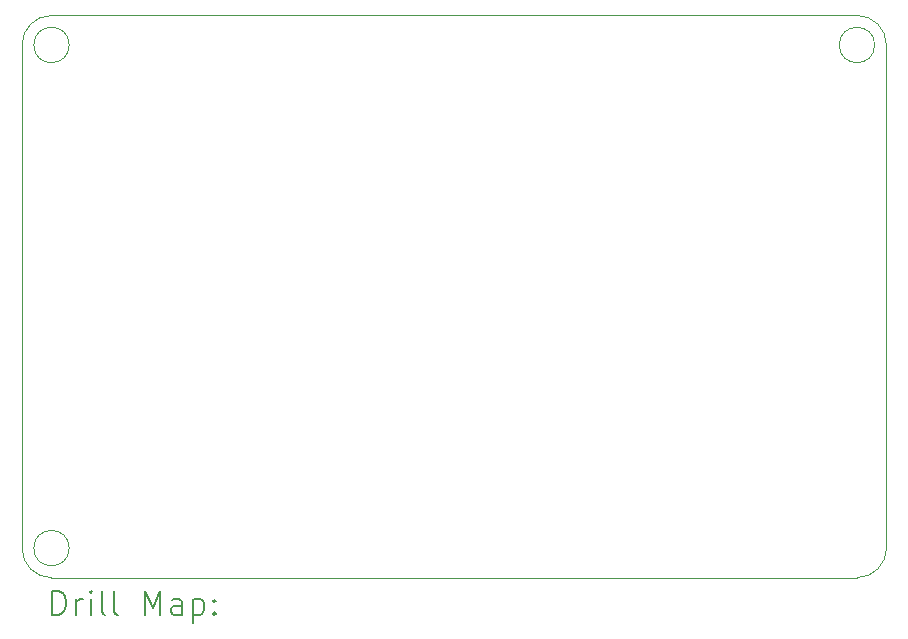
<source format=gbr>
%TF.GenerationSoftware,KiCad,Pcbnew,9.0.7*%
%TF.CreationDate,2026-02-04T13:27:57-08:00*%
%TF.ProjectId,BasicDatalogger,42617369-6344-4617-9461-6c6f67676572,rev?*%
%TF.SameCoordinates,Original*%
%TF.FileFunction,Drillmap*%
%TF.FilePolarity,Positive*%
%FSLAX45Y45*%
G04 Gerber Fmt 4.5, Leading zero omitted, Abs format (unit mm)*
G04 Created by KiCad (PCBNEW 9.0.7) date 2026-02-04 13:27:57*
%MOMM*%
%LPD*%
G01*
G04 APERTURE LIST*
%ADD10C,0.050000*%
%ADD11C,0.200000*%
G04 APERTURE END LIST*
D10*
X7340000Y-3180000D02*
G75*
G02*
X7590000Y-2930000I250000J0D01*
G01*
X14660000Y-7440000D02*
G75*
G02*
X14410000Y-7690000I-250000J0D01*
G01*
X7340000Y-7440000D02*
X7340000Y-3180000D01*
X14410000Y-7690000D02*
X7590000Y-7690000D01*
X14660000Y-3180000D02*
X14660000Y-7440000D01*
X14560000Y-3180000D02*
G75*
G02*
X14260000Y-3180000I-150000J0D01*
G01*
X14260000Y-3180000D02*
G75*
G02*
X14560000Y-3180000I150000J0D01*
G01*
X14410000Y-2930000D02*
G75*
G02*
X14660000Y-3180000I0J-250000D01*
G01*
X7590000Y-7690000D02*
G75*
G02*
X7340000Y-7440000I0J250000D01*
G01*
X7740000Y-3180000D02*
G75*
G02*
X7440000Y-3180000I-150000J0D01*
G01*
X7440000Y-3180000D02*
G75*
G02*
X7740000Y-3180000I150000J0D01*
G01*
X7740000Y-7440000D02*
G75*
G02*
X7440000Y-7440000I-150000J0D01*
G01*
X7440000Y-7440000D02*
G75*
G02*
X7740000Y-7440000I150000J0D01*
G01*
X7590000Y-2930000D02*
X14410000Y-2930000D01*
D11*
X7598277Y-8003984D02*
X7598277Y-7803984D01*
X7598277Y-7803984D02*
X7645896Y-7803984D01*
X7645896Y-7803984D02*
X7674467Y-7813508D01*
X7674467Y-7813508D02*
X7693515Y-7832555D01*
X7693515Y-7832555D02*
X7703039Y-7851603D01*
X7703039Y-7851603D02*
X7712562Y-7889698D01*
X7712562Y-7889698D02*
X7712562Y-7918269D01*
X7712562Y-7918269D02*
X7703039Y-7956365D01*
X7703039Y-7956365D02*
X7693515Y-7975412D01*
X7693515Y-7975412D02*
X7674467Y-7994460D01*
X7674467Y-7994460D02*
X7645896Y-8003984D01*
X7645896Y-8003984D02*
X7598277Y-8003984D01*
X7798277Y-8003984D02*
X7798277Y-7870650D01*
X7798277Y-7908746D02*
X7807801Y-7889698D01*
X7807801Y-7889698D02*
X7817324Y-7880174D01*
X7817324Y-7880174D02*
X7836372Y-7870650D01*
X7836372Y-7870650D02*
X7855420Y-7870650D01*
X7922086Y-8003984D02*
X7922086Y-7870650D01*
X7922086Y-7803984D02*
X7912562Y-7813508D01*
X7912562Y-7813508D02*
X7922086Y-7823031D01*
X7922086Y-7823031D02*
X7931610Y-7813508D01*
X7931610Y-7813508D02*
X7922086Y-7803984D01*
X7922086Y-7803984D02*
X7922086Y-7823031D01*
X8045896Y-8003984D02*
X8026848Y-7994460D01*
X8026848Y-7994460D02*
X8017324Y-7975412D01*
X8017324Y-7975412D02*
X8017324Y-7803984D01*
X8150658Y-8003984D02*
X8131610Y-7994460D01*
X8131610Y-7994460D02*
X8122086Y-7975412D01*
X8122086Y-7975412D02*
X8122086Y-7803984D01*
X8379229Y-8003984D02*
X8379229Y-7803984D01*
X8379229Y-7803984D02*
X8445896Y-7946841D01*
X8445896Y-7946841D02*
X8512563Y-7803984D01*
X8512563Y-7803984D02*
X8512563Y-8003984D01*
X8693515Y-8003984D02*
X8693515Y-7899222D01*
X8693515Y-7899222D02*
X8683991Y-7880174D01*
X8683991Y-7880174D02*
X8664944Y-7870650D01*
X8664944Y-7870650D02*
X8626848Y-7870650D01*
X8626848Y-7870650D02*
X8607801Y-7880174D01*
X8693515Y-7994460D02*
X8674467Y-8003984D01*
X8674467Y-8003984D02*
X8626848Y-8003984D01*
X8626848Y-8003984D02*
X8607801Y-7994460D01*
X8607801Y-7994460D02*
X8598277Y-7975412D01*
X8598277Y-7975412D02*
X8598277Y-7956365D01*
X8598277Y-7956365D02*
X8607801Y-7937317D01*
X8607801Y-7937317D02*
X8626848Y-7927793D01*
X8626848Y-7927793D02*
X8674467Y-7927793D01*
X8674467Y-7927793D02*
X8693515Y-7918269D01*
X8788753Y-7870650D02*
X8788753Y-8070650D01*
X8788753Y-7880174D02*
X8807801Y-7870650D01*
X8807801Y-7870650D02*
X8845896Y-7870650D01*
X8845896Y-7870650D02*
X8864944Y-7880174D01*
X8864944Y-7880174D02*
X8874467Y-7889698D01*
X8874467Y-7889698D02*
X8883991Y-7908746D01*
X8883991Y-7908746D02*
X8883991Y-7965888D01*
X8883991Y-7965888D02*
X8874467Y-7984936D01*
X8874467Y-7984936D02*
X8864944Y-7994460D01*
X8864944Y-7994460D02*
X8845896Y-8003984D01*
X8845896Y-8003984D02*
X8807801Y-8003984D01*
X8807801Y-8003984D02*
X8788753Y-7994460D01*
X8969705Y-7984936D02*
X8979229Y-7994460D01*
X8979229Y-7994460D02*
X8969705Y-8003984D01*
X8969705Y-8003984D02*
X8960182Y-7994460D01*
X8960182Y-7994460D02*
X8969705Y-7984936D01*
X8969705Y-7984936D02*
X8969705Y-8003984D01*
X8969705Y-7880174D02*
X8979229Y-7889698D01*
X8979229Y-7889698D02*
X8969705Y-7899222D01*
X8969705Y-7899222D02*
X8960182Y-7889698D01*
X8960182Y-7889698D02*
X8969705Y-7880174D01*
X8969705Y-7880174D02*
X8969705Y-7899222D01*
M02*

</source>
